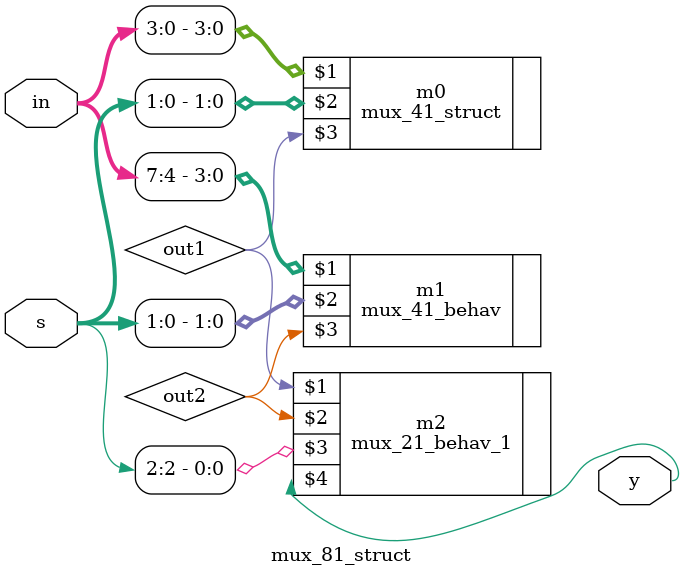
<source format=v>
`timescale 1ns / 1ps


module mux_81_behav(input [7:0]in, input [2:0]s, output reg y);

always@(*)
begin
    y = in[s];
end

endmodule

//////////////////////////////////////////////////////////////////////////////////

module mux_81_struct(input [7:0]in, input [2:0]s, output y);

wire out1, out2;

mux_41_struct  m0(in[3:0], s[1:0], out1);
mux_41_behav   m1(in[7:4], s[1:0], out2);
mux_21_behav_1 m2(out1, out2, s[2], y);

endmodule
</source>
